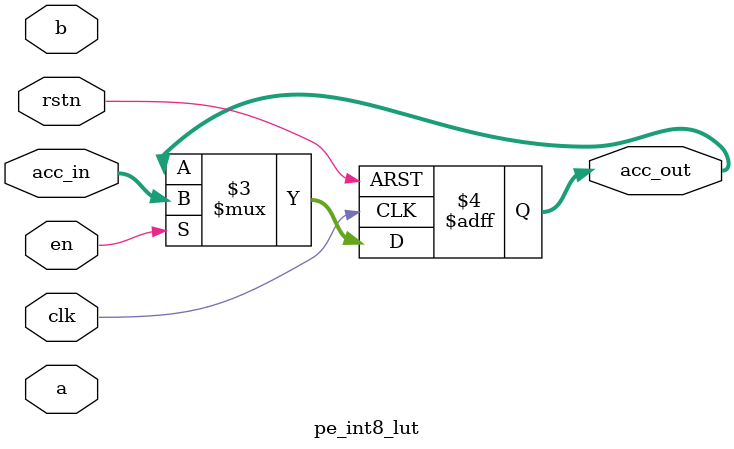
<source format=sv>

`timescale 1ns/1ps

module pe_int8_lut #(
  parameter int ELEM_BITS = 8,
  parameter int ACC_BITS  = 32
)(
  input  logic                         clk,
  input  logic                         rstn,
  input  logic signed [ELEM_BITS-1:0]  a,
  input  logic signed [ELEM_BITS-1:0]  b,
  input  logic        [ACC_BITS-1:0]   acc_in,
  input  logic                         en,
  output logic        [ACC_BITS-1:0]   acc_out
);

  always_ff @(posedge clk or negedge rstn) begin
    if (!rstn) begin
      acc_out <= '0;
    end else begin
      // Stub: pass-through accumulator when enabled
      acc_out <= en ? acc_in : acc_out;
    end
  end

endmodule

</source>
